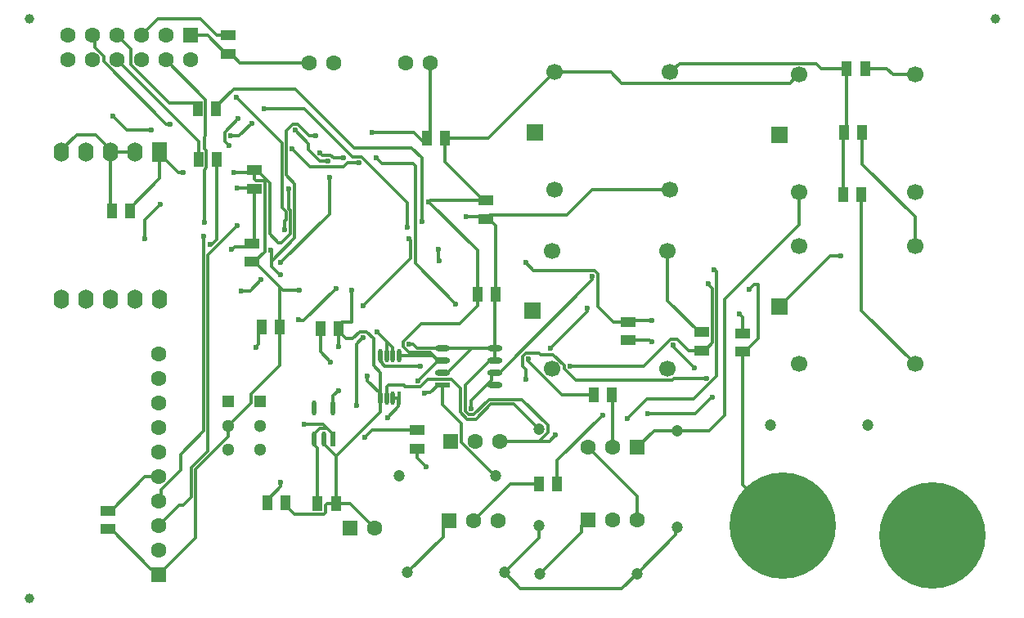
<source format=gbr>
%TF.GenerationSoftware,Altium Limited,Altium Designer,20.1.12 (249)*%
G04 Layer_Physical_Order=2*
G04 Layer_Color=16711680*
%FSLAX26Y26*%
%MOIN*%
%TF.SameCoordinates,7F4B2EE0-29BC-4F04-AEBD-3A4CCF5859FD*%
%TF.FilePolarity,Positive*%
%TF.FileFunction,Copper,L2,Bot,Signal*%
%TF.Part,Single*%
G01*
G75*
%TA.AperFunction,SMDPad,CuDef*%
%ADD15R,0.061024X0.039370*%
%TA.AperFunction,Conductor*%
%ADD16C,0.011811*%
%TA.AperFunction,ComponentPad*%
%ADD17R,0.062992X0.062992*%
%ADD18C,0.062992*%
%ADD19C,0.066929*%
%ADD20R,0.066929X0.066929*%
%ADD21R,0.062992X0.062992*%
%ADD22C,0.051181*%
%ADD23R,0.051181X0.051181*%
%ADD24C,0.433071*%
%ADD25C,0.047244*%
%ADD26O,0.062992X0.078740*%
%ADD27R,0.062992X0.078740*%
%TA.AperFunction,SMDPad,CuDef*%
%ADD28C,0.039370*%
%TA.AperFunction,ViaPad*%
%ADD29C,0.023622*%
%TA.AperFunction,SMDPad,CuDef*%
%ADD30R,0.039370X0.061024*%
%ADD31O,0.017716X0.057087*%
%ADD32R,0.017716X0.057087*%
%TA.AperFunction,ConnectorPad*%
%ADD33R,0.061024X0.039370*%
%TA.AperFunction,SMDPad,CuDef*%
%ADD34R,0.019685X0.061024*%
%ADD35O,0.019685X0.061024*%
%ADD36O,0.061024X0.023622*%
%ADD37R,0.061024X0.023622*%
D15*
X5860000Y3565197D02*
D03*
Y3640000D02*
D03*
X5695000Y3645000D02*
D03*
Y3570197D02*
D03*
X4535000Y3245000D02*
D03*
Y3170197D02*
D03*
X5395000Y3612599D02*
D03*
Y3687402D02*
D03*
X3275000Y2917401D02*
D03*
Y2842598D02*
D03*
X3860000Y3932599D02*
D03*
Y4007402D02*
D03*
X4815000Y4107599D02*
D03*
Y4182402D02*
D03*
X3870000Y4304803D02*
D03*
Y4230000D02*
D03*
D16*
X3846220Y3993622D02*
X3860000Y4007402D01*
X3790125Y3993622D02*
X3846220D01*
X3780755Y3984252D02*
X3790125Y3993622D01*
X3777559Y3984252D02*
X3780755D01*
X3938976Y3934055D02*
Y3976378D01*
X3937008Y3978347D02*
X3938976Y3976378D01*
X3974409Y3877953D02*
X3975394D01*
X3938976Y3913386D02*
Y3934055D01*
Y3913386D02*
X3974409Y3877953D01*
X4016732Y4046376D02*
Y4141669D01*
X4034449Y4029528D02*
Y4250000D01*
X3982284Y4151062D02*
X3999016Y4134330D01*
X4010827Y4147574D02*
X4016732Y4141669D01*
X3993110Y4097828D02*
X3999016Y4103733D01*
X4176181Y4126968D02*
Y4275591D01*
X3980170Y4009814D02*
X4016732Y4046376D01*
X3977362Y3928150D02*
X4176181Y4126968D01*
X3999016Y4103733D02*
Y4134330D01*
X3993110Y4064034D02*
Y4097828D01*
X3938976Y3934055D02*
X4034449Y4029528D01*
X3968533Y4009814D02*
X3980170D01*
X3934016Y4044331D02*
X3968533Y4009814D01*
X4000000Y4284449D02*
X4034449Y4250000D01*
X4000000Y4466477D02*
X4025649Y4492126D01*
X4000000Y4284449D02*
Y4466477D01*
X4091985Y4447142D02*
X4118803D01*
X4121063Y4444882D01*
X4047001Y4492126D02*
X4091985Y4447142D01*
X3795916Y4602706D02*
X3982284Y4416338D01*
Y4151062D02*
Y4416338D01*
X4025649Y4492126D02*
X4047001D01*
X4096245Y4320094D02*
X4232437D01*
X4023622Y4392717D02*
X4096245Y4320094D01*
X4035433Y4468504D02*
X4090726Y4413211D01*
X4176181Y4275591D02*
X4178150Y4277559D01*
X4495108Y4072806D02*
Y4173141D01*
X4308013Y4360236D02*
X4495108Y4173141D01*
X4270047Y4360236D02*
X4308013D01*
X4075165Y4555118D02*
X4270047Y4360236D01*
X4232437Y4320094D02*
X4248958Y4336614D01*
X4298228D01*
X3910433Y4555118D02*
X4075165D01*
X4391732Y4333661D02*
X4515719D01*
X4368110Y4357283D02*
X4391732Y4333661D01*
X4515719D02*
X4525591Y4323790D01*
Y3927165D02*
Y4323790D01*
X4350394Y4459646D02*
X4518681D01*
X4558819Y4419508D01*
X4146442Y4367338D02*
X4181248D01*
X4137795Y4375984D02*
X4146442Y4367338D01*
X4192287Y4356299D02*
X4235236D01*
X4181248Y4367338D02*
X4192287Y4356299D01*
X4136657Y4343716D02*
X4171463D01*
X4090726Y4389647D02*
X4136657Y4343716D01*
X4090726Y4389647D02*
Y4413211D01*
X4010827Y4147574D02*
Y4230315D01*
X3934016Y4044331D02*
Y4251614D01*
X3816929Y3813976D02*
X3852362D01*
X3897638Y3859252D01*
X3351378Y4468504D02*
X3451772D01*
X3292323Y4527559D02*
X3351378Y4468504D01*
X3749016Y4424212D02*
X3765748Y4407480D01*
Y4405512D02*
Y4407480D01*
X3749016Y4460630D02*
X3805118Y4516732D01*
X3749016Y4424212D02*
Y4460630D01*
X3808071Y4444882D02*
X3859223Y4496034D01*
X3772638Y4444882D02*
X3808071D01*
X3870000Y4304803D02*
X3880827D01*
X3934016Y4251614D01*
X3876919Y4261496D02*
X3905404D01*
X3870000Y4268415D02*
Y4304803D01*
X3905404Y4261496D02*
X3912323Y4254577D01*
X3870827Y3932599D02*
X3912323Y3974095D01*
Y4254577D01*
X3870000Y4268415D02*
X3876919Y4261496D01*
X3799370Y4077913D02*
X3801181D01*
X3681102Y3959646D02*
X3799370Y4077913D01*
X3799213Y4232283D02*
X3867716D01*
X3860000Y4007402D02*
X3870000Y4017402D01*
Y4230000D01*
X3870827Y3932599D02*
X3975000Y3828425D01*
X3988465Y3814961D01*
X3975000Y3665000D02*
Y3828425D01*
Y3509735D02*
Y3665000D01*
X3988465Y3814961D02*
X4054134D01*
X3714803Y4555000D02*
Y4565827D01*
X3785787Y4636811D01*
X4036135D01*
X4510668Y4395886D02*
X4552194Y4354360D01*
X4277060Y4395886D02*
X4510668D01*
X4036135Y4636811D02*
X4277060Y4395886D01*
X4552165Y4354331D02*
X4552194Y4354360D01*
X4558819Y4419508D02*
X4572598Y4433288D01*
Y4435000D01*
X4552165Y4096457D02*
Y4354331D01*
X4572598Y4435000D02*
X4586378Y4448780D01*
X4507874Y3946850D02*
Y4019685D01*
X4501968Y4025591D02*
X4507874Y4019685D01*
X4314961Y3753937D02*
X4507874Y3946850D01*
X3697849Y4001447D02*
X3717401Y4021000D01*
X3689497Y4001447D02*
X3697849D01*
X3717401Y4021000D02*
Y4350000D01*
X4805472Y4117126D02*
X4815000Y4107599D01*
X4732283Y4117126D02*
X4805472D01*
X4587213Y3561488D02*
X4614843Y3533858D01*
X4585945Y4182402D02*
X4804173D01*
X4580709Y4177165D02*
X4585945Y4182402D01*
X4525591Y3927165D02*
X4691929Y3760827D01*
X3509660Y4494095D02*
X3525591D01*
X3219793Y4806452D02*
Y4845207D01*
Y4806452D02*
X3255927Y4770318D01*
X3210000Y4855000D02*
X3219793Y4845207D01*
X3255927Y4747827D02*
Y4770318D01*
Y4747827D02*
X3509660Y4494095D01*
X3485000Y4271024D02*
Y4372126D01*
X3862441Y4297244D02*
X3870000Y4304803D01*
X3786417Y4297244D02*
X3862441D01*
X3485000Y4372126D02*
Y4380000D01*
Y4372126D02*
X3561850Y4295276D01*
X3578740D01*
X3666339Y4091535D02*
Y4306840D01*
X3674095Y4314596D01*
Y4385404D01*
X3666339Y4393160D02*
X3674095Y4385404D01*
X3666339Y4440640D02*
X3671496Y4445798D01*
X3666339Y4393160D02*
Y4440640D01*
X3642598Y4350000D02*
Y4422402D01*
X3310000Y4755000D02*
X3642598Y4422402D01*
X4383819Y3394685D02*
Y3480158D01*
Y3375000D02*
Y3394685D01*
X4331000Y3447504D02*
X4383819Y3394685D01*
X4331000Y3447504D02*
Y3464276D01*
X4328740Y3466535D02*
X4331000Y3464276D01*
X4548904Y3677783D02*
X4706012D01*
X4780000Y3800000D02*
Y3977874D01*
X4476378Y3605257D02*
X4548904Y3677783D01*
X4476378Y3585688D02*
Y3605257D01*
X4500984Y3596457D02*
X4517717D01*
X4500578Y3561488D02*
X4587213D01*
X4780000Y3751772D02*
Y3800000D01*
X4476378Y3585688D02*
X4500578Y3561488D01*
X4500000Y3595472D02*
X4500984Y3596457D01*
X4517717D02*
X4534173Y3580000D01*
X4637402D01*
X4614843Y3533858D02*
X4616441Y3535456D01*
X4706012Y3677783D02*
X4780000Y3751772D01*
X4621897Y3530000D02*
X4637402D01*
X4620551D02*
X4621897D01*
X4618701Y3430000D02*
X4637402D01*
X4587614Y3398913D02*
X4618701Y3430000D01*
X4566236Y3398913D02*
X4587614D01*
X4563976Y3396653D02*
X4566236Y3398913D01*
X4416328Y3428179D02*
X4479282D01*
X4484232Y3423228D01*
X4577580Y3453622D02*
X4672806D01*
X4484232Y3423228D02*
X4547186D01*
X4577580Y3453622D01*
X4409409Y3421260D02*
X4416328Y3428179D01*
X4537402Y3446850D02*
X4620551Y3530000D01*
X4672806Y3453622D02*
X4710194Y3416233D01*
X4409409Y3375000D02*
Y3421260D01*
X5030110Y3200000D02*
X5072047D01*
X5030110D02*
X5065433Y3235323D01*
X4764706Y3308071D02*
X4825729Y3369095D01*
X4731299Y3430000D02*
X4831299Y3530000D01*
X4710194Y3317959D02*
X4737798Y3290354D01*
X5065433Y3235323D02*
Y3264677D01*
X4745137Y3308071D02*
X4764706D01*
X4831299Y3530000D02*
X4850000D01*
X4737798Y3290354D02*
X4772044D01*
X4833068Y3351378D01*
X4961015Y3369095D02*
X5065433Y3264677D01*
X4731299Y3321908D02*
X4745137Y3308071D01*
X4710194Y3317959D02*
Y3416233D01*
X4833068Y3351378D02*
X4928622D01*
X4870000Y3200000D02*
X5030110D01*
X4825729Y3369095D02*
X4961015D01*
X4731299Y3321908D02*
Y3430000D01*
X4976436Y3559055D02*
X5029485D01*
X4986221Y3527309D02*
X5123530Y3390000D01*
X5252598D01*
X4962599Y3507475D02*
Y3545218D01*
X4976436Y3559055D01*
X4986221Y3527309D02*
Y3535433D01*
X4962599Y3507475D02*
X4977362Y3492711D01*
Y3451772D02*
Y3492711D01*
X4928622Y3351378D02*
X5030000Y3250000D01*
X4850000Y3480000D02*
X4868701D01*
X4837205Y3474544D02*
X4842661Y3480000D01*
X4850000D01*
X4754921Y3366059D02*
X4837205Y3448343D01*
X4754921Y3331693D02*
Y3366059D01*
X4837205Y3448343D02*
Y3474544D01*
X3671496Y4445798D02*
Y4593504D01*
X3510000Y4755000D02*
X3671496Y4593504D01*
X3366693Y4737062D02*
X3524148Y4579606D01*
X3626220D01*
X3640000Y4565827D01*
Y4555000D02*
Y4565827D01*
X3425197Y4026575D02*
Y4103346D01*
X3487205Y4165354D01*
X4053150Y3691929D02*
X4071850D01*
X4050197Y3694882D02*
X4053150Y3691929D01*
X4071850D02*
X4202756Y3822835D01*
X4287402Y3597441D02*
X4314961Y3625000D01*
X4620079Y3937008D02*
X4622047Y3935039D01*
X4620079Y3937008D02*
Y3984252D01*
X4314961Y3624942D02*
Y3625000D01*
X4314034Y3624016D02*
X4314961Y3624942D01*
X4327220Y3647638D02*
X4355520Y3619338D01*
X4300727Y3647638D02*
X4327220D01*
X4355520Y3508457D02*
Y3619338D01*
X4271779Y3618690D02*
X4300727Y3647638D01*
X4214567Y3587598D02*
Y3649173D01*
X4214803D02*
X4245286Y3618690D01*
X4271779D01*
X4287402Y3346457D02*
Y3597441D01*
X4355520Y3508457D02*
X4383819Y3480158D01*
X4370079Y3646653D02*
X4409409Y3607323D01*
X4383819Y3319961D02*
Y3375000D01*
X4409409Y3607323D02*
X4433870Y3582862D01*
X4409409Y3548228D02*
Y3607323D01*
X4350315Y3245000D02*
X4535000D01*
X4321850Y3216535D02*
X4350315Y3245000D01*
X4202401Y3138543D02*
X4383819Y3319961D01*
X4401832Y3506890D02*
X4546260D01*
X4460591Y3548228D02*
X4597276D01*
X4388740Y3519982D02*
X4401832Y3506890D01*
X4140000Y3564724D02*
Y3660000D01*
Y3564724D02*
X4181102Y3523622D01*
X4756102Y3580000D02*
X4850000D01*
X4656102Y3480000D02*
X4756102Y3580000D01*
X4637402D02*
X4756102D01*
X5035390Y3553150D02*
X5088439D01*
X5029485Y3559055D02*
X5035390Y3553150D01*
X5580722Y3456693D02*
X5712598D01*
X5132874Y3496121D02*
Y3508714D01*
X5573754Y3449724D02*
X5580722Y3456693D01*
X5179271Y3449724D02*
X5573754D01*
X5132874Y3496121D02*
X5179271Y3449724D01*
X5088439Y3553150D02*
X5132874Y3508714D01*
X5077756Y3579724D02*
X5226378Y3728347D01*
Y3744095D01*
X5335063Y3687402D02*
X5395000D01*
X5271654Y3750811D02*
X5335063Y3687402D01*
X5271654Y3750811D02*
Y3883800D01*
X4267717Y3684606D02*
Y3815945D01*
X4228583Y3684606D02*
X4267717D01*
X4214803Y3660000D02*
Y3670827D01*
X4228583Y3684606D01*
X3681102Y3158972D02*
Y3959646D01*
X3613852Y3091722D02*
X3681102Y3158972D01*
X3613852Y2973133D02*
Y3091722D01*
X3579695Y2938976D02*
X3613852Y2973133D01*
X3568898Y3146653D02*
X3663386Y3241142D01*
Y4034449D01*
X3568898Y3082652D02*
Y3146653D01*
X3489793Y3003548D02*
X3568898Y3082652D01*
X3480000Y2955000D02*
X3489793Y2964793D01*
Y3003548D01*
X3563976Y2938976D02*
X3579695D01*
X3480000Y2855000D02*
X3563976Y2938976D01*
X3631568Y2806568D02*
Y3084383D01*
X3480000Y2655000D02*
X3631568Y2806568D01*
X3454409Y2680591D02*
X3480000Y2655000D01*
X3765079Y3217894D02*
Y3263425D01*
X3631568Y3084383D02*
X3765079Y3217894D01*
Y3263425D02*
X3857598Y3355945D01*
X5072047Y3200000D02*
X5096457Y3224409D01*
X5395000Y3612599D02*
X5480662D01*
X5485977Y3607284D01*
X5489173D01*
X5566987Y3615157D02*
X5594480D01*
X5156496Y3505905D02*
X5457735D01*
X5594480Y3615157D02*
X5639441Y3570197D01*
X5457735Y3505905D02*
X5566987Y3615157D01*
X5576772Y3586614D02*
X5664370Y3499016D01*
X5639441Y3570197D02*
X5705827D01*
X5576772Y3586614D02*
Y3591535D01*
X5668307Y3311024D02*
X5735236Y3377953D01*
X5738189D01*
X5474409Y3311024D02*
X5668307D01*
X5395000Y3687402D02*
X5399528Y3691929D01*
X5490158D01*
X5007874Y3897638D02*
X5257816D01*
X4977362Y3928150D02*
X5007874Y3897638D01*
X4868701Y3480000D02*
X5248032Y3859331D01*
X5257816Y3897638D02*
X5271654Y3883800D01*
X5248032Y3859331D02*
Y3874016D01*
X5744095Y3900591D02*
X5748032D01*
X5755039Y3893583D01*
X5391732Y3293307D02*
X5469663Y3371238D01*
X5660550D01*
X5755039Y3465727D01*
Y3893583D01*
X5724016Y3243701D02*
X5787402Y3307087D01*
X5595000Y3243701D02*
X5724016D01*
X5787402Y3307087D02*
Y3779294D01*
X5555000Y3774173D02*
Y3975315D01*
Y3774173D02*
X5684173Y3645000D01*
X5721457Y3838339D02*
Y3841535D01*
Y3838339D02*
X5737323Y3822473D01*
X5787402Y3779294D02*
X6090000Y4081893D01*
X5104803Y3025000D02*
Y3121535D01*
X5289370Y3306102D01*
X5430000Y2880000D02*
Y2975000D01*
X5230000Y3175000D02*
X5430000Y2975000D01*
X5035000Y2660000D02*
X5204409Y2829409D01*
Y2854409D01*
X5230000Y2880000D01*
X4850000Y3580000D02*
Y3795197D01*
X4854803Y3800000D01*
X4616441Y3535456D02*
X4621897Y3530000D01*
X4637402Y3480000D02*
X4656102D01*
X4850000Y3530000D02*
Y3580000D01*
X4383819Y3526945D02*
Y3548228D01*
Y3526945D02*
X4388740Y3522024D01*
Y3519982D02*
Y3522024D01*
X4433870Y3549358D02*
X4435000Y3548228D01*
X4433870Y3549358D02*
Y3582862D01*
X4457638Y3372047D02*
X4460591Y3375000D01*
X4457638Y3341496D02*
Y3372047D01*
X4412402Y3296260D02*
X4457638Y3341496D01*
X4435000Y3375000D02*
X4460591D01*
X4214803Y3649173D02*
Y3660000D01*
X4580709Y4177165D02*
X4780000Y3977874D01*
X4804173Y4182402D02*
X4815000D01*
X4647401Y4339173D02*
Y4435000D01*
Y4339173D02*
X4804173Y4182402D01*
X4821890Y4114488D02*
X4828780Y4121378D01*
X4854803Y3800000D02*
Y4078622D01*
X4821890Y4111535D02*
X4854803Y4078622D01*
X4821890Y4111535D02*
Y4114488D01*
X5246499Y4224685D02*
X5565000D01*
X5143192Y4121378D02*
X5246499Y4224685D01*
X4828780Y4121378D02*
X5143192D01*
X5860000Y3021991D02*
Y3565197D01*
X6023622Y2854331D02*
Y2858369D01*
X5860000Y3021991D02*
X6023622Y2858369D01*
X4713307Y3195448D02*
X4848755Y3060000D01*
X4855000D01*
X4637402Y3347724D02*
Y3430000D01*
Y3347724D02*
X4713307Y3271818D01*
Y3195448D02*
Y3271818D01*
X4535000Y3131339D02*
X4571850Y3094488D01*
X4535000Y3131339D02*
Y3170197D01*
X5705827Y3570197D02*
X5737323Y3601693D01*
Y3822473D01*
X5860000Y3640000D02*
Y3706929D01*
X5846457Y3720472D02*
X5860000Y3706929D01*
X3867716Y4232283D02*
X3870000Y4230000D01*
X5905512Y3838583D02*
X5925197D01*
X5885827Y3818898D02*
X5905512Y3838583D01*
X5925197Y3619567D02*
Y3838583D01*
X5860000Y3565197D02*
X5870827D01*
X5925197Y3619567D01*
X5327401Y3390000D02*
X5330000Y3387401D01*
Y3175000D02*
Y3387401D01*
X5498701Y3243701D02*
X5595000D01*
X5430000Y3175000D02*
X5498701Y3243701D01*
X6090000Y4081893D02*
Y4214685D01*
X3285000Y4380000D02*
X3385000D01*
X3285000D02*
Y4387874D01*
X3224055Y4448819D02*
X3285000Y4387874D01*
X3145945Y4448819D02*
X3224055D01*
X3085000Y4380000D02*
Y4387874D01*
X3145945Y4448819D01*
X4191457Y3384370D02*
X4212598Y3405512D01*
X4191457Y3336457D02*
Y3384370D01*
X4190000Y3335000D02*
X4191457Y3336457D01*
X3922598Y2950000D02*
Y2960827D01*
X3976378Y3014606D01*
Y3031496D01*
X4074803Y3267716D02*
X4151968D01*
X4168346Y3251338D01*
X4190000Y3209016D02*
Y3229685D01*
X4168346Y3251338D02*
X4190000Y3229685D01*
X4136850Y3251338D02*
X4168346D01*
X4115197Y3229685D02*
X4136850Y3251338D01*
X4115197Y3209016D02*
Y3229685D01*
X4202401Y2945000D02*
Y3138543D01*
X4152598Y3188346D02*
X4202401Y3138543D01*
X4152598Y3188346D02*
Y3209016D01*
X4127598Y2945000D02*
Y3173814D01*
X4115197Y3186216D02*
X4127598Y3173814D01*
X4115197Y3186216D02*
Y3209016D01*
X4166013Y2945000D02*
X4202401D01*
X4159095Y2938081D02*
X4166013Y2945000D01*
X4159095Y2909596D02*
Y2938081D01*
X4152176Y2902677D02*
X4159095Y2909596D01*
X4033898Y2902677D02*
X4152176D01*
X3997401Y2939173D02*
X4033898Y2902677D01*
X3997401Y2939173D02*
Y2950000D01*
X4260000Y2945000D02*
X4360000Y2845000D01*
X4202401Y2945000D02*
X4260000D01*
X4765000Y2875000D02*
X4915000Y3025000D01*
X5030000D01*
X4495000Y2665000D02*
X4639409Y2809409D01*
Y2849409D01*
X4665000Y2875000D01*
X5029073Y2855372D02*
X5030000Y2856299D01*
X5029073Y2805372D02*
Y2855372D01*
X4888701Y2665000D02*
X5029073Y2805372D01*
X5367126Y2598425D02*
X5428701Y2660000D01*
X4955276Y2598425D02*
X5367126D01*
X4888701Y2665000D02*
X4955276Y2598425D01*
X5428701Y2660000D02*
X5588220Y2819519D01*
Y2843220D01*
X5595000Y2850000D01*
X5684173Y3645000D02*
X5695000D01*
X5092559Y4705000D02*
X5322976D01*
X5368252Y4659724D01*
X6052895D01*
X6088170Y4695000D01*
X6090000D01*
X4647401Y4435000D02*
X4822559D01*
X5092559Y4705000D01*
X4586378Y4742283D02*
X4588189Y4744095D01*
X4586378Y4448780D02*
Y4742283D01*
X6217047Y3956693D02*
X6259842D01*
X6011260Y3750905D02*
X6217047Y3956693D01*
X6344803Y3732323D02*
X6562441Y3514685D01*
X6344803Y3732323D02*
Y4205000D01*
X6347401Y4330174D02*
Y4460000D01*
Y4330174D02*
X6562441Y4115135D01*
Y3995000D02*
Y4115135D01*
X3860000Y3932599D02*
X3870827D01*
X3886417Y3651220D02*
X3900197Y3665000D01*
X3886417Y3594338D02*
Y3651220D01*
X3877953Y3585873D02*
X3886417Y3594338D01*
X3877953Y3582677D02*
Y3585873D01*
X3857598Y3392333D02*
X3975000Y3509735D01*
X3857598Y3355945D02*
Y3392333D01*
X3275000Y2842598D02*
X3285827D01*
X3447834Y2680591D01*
X3454409D01*
X3275000Y2917401D02*
X3285827D01*
X3423425Y3055000D01*
X3480000D01*
X3364803Y4140000D02*
Y4150827D01*
X3485000Y4271024D01*
X3285000Y4145000D02*
Y4380000D01*
Y4145000D02*
X3290000Y4140000D01*
X6272598Y4460000D02*
X6285197Y4472599D01*
X6270000Y4457402D02*
X6272598Y4460000D01*
X6285197Y4472599D02*
Y4720000D01*
X6270000Y4205000D02*
Y4457402D01*
X6181470Y4720000D02*
X6285197D01*
X6161194Y4740276D02*
X6181470Y4720000D01*
X5602105Y4740276D02*
X6161194D01*
X5566830Y4705000D02*
X5602105Y4740276D01*
X5565000Y4705000D02*
X5566830D01*
X6473153Y4695000D02*
X6562441D01*
X6448153Y4720000D02*
X6473153Y4695000D01*
X6360000Y4720000D02*
X6448153D01*
X3366693Y4737062D02*
Y4798307D01*
X3310000Y4855000D02*
X3366693Y4798307D01*
X3765000Y4780197D02*
X3775827D01*
X3754173D02*
X3765000D01*
X3811929Y4744095D02*
X4094488D01*
X3775827Y4780197D02*
X3811929Y4744095D01*
X3716772Y4855000D02*
X3765000D01*
X3650512Y4921260D02*
X3716772Y4855000D01*
X3610000D02*
X3679370D01*
X3754173Y4780197D01*
X3476260Y4921260D02*
X3650512D01*
X3410000Y4855000D02*
X3476260Y4921260D01*
D17*
X5230000Y2880000D02*
D03*
X4665000Y2875000D02*
D03*
X5430000Y3175000D02*
D03*
X4670000Y3200000D02*
D03*
X4261575Y2845000D02*
D03*
X3610000Y4855000D02*
D03*
D18*
X5330000Y2880000D02*
D03*
X5430000D02*
D03*
X3480000Y3555000D02*
D03*
Y3455000D02*
D03*
Y3355000D02*
D03*
Y3255000D02*
D03*
Y3155000D02*
D03*
Y3055000D02*
D03*
Y2955000D02*
D03*
Y2855000D02*
D03*
Y2755000D02*
D03*
X4865000Y2875000D02*
D03*
X4765000D02*
D03*
X5230000Y3175000D02*
D03*
X5330000D02*
D03*
X4870000Y3200000D02*
D03*
X4770000D02*
D03*
X4360000Y2845000D02*
D03*
X4194488Y4744095D02*
D03*
X4094488D02*
D03*
X4588189D02*
D03*
X4488189D02*
D03*
X3610000Y4755000D02*
D03*
X3510000Y4855000D02*
D03*
X3110000Y4755000D02*
D03*
X3210000D02*
D03*
X3310000D02*
D03*
X3410000D02*
D03*
X3510000D02*
D03*
X3110000Y4855000D02*
D03*
X3210000D02*
D03*
X3310000D02*
D03*
X3410000D02*
D03*
D19*
X5555000Y3495000D02*
D03*
X5082559Y3975315D02*
D03*
X5555000D02*
D03*
X5082559Y3495000D02*
D03*
X6562441Y4214685D02*
D03*
X6090000Y4695000D02*
D03*
X6562441D02*
D03*
X6090000Y4214685D02*
D03*
X6562441Y3514685D02*
D03*
X6090000Y3995000D02*
D03*
X6562441D02*
D03*
X6090000Y3514685D02*
D03*
X5565000Y4224685D02*
D03*
X5092559Y4705000D02*
D03*
X5565000D02*
D03*
X5092559Y4224685D02*
D03*
D20*
X5003819Y3731220D02*
D03*
X6011260Y4450905D02*
D03*
Y3750905D02*
D03*
X5013819Y4460905D02*
D03*
D21*
X3480000Y2655000D02*
D03*
D22*
X3765079Y3263425D02*
D03*
Y3165000D02*
D03*
X3895000D02*
D03*
Y3263425D02*
D03*
D23*
X3765079Y3361850D02*
D03*
X3895000D02*
D03*
D24*
X6633858Y2814961D02*
D03*
X6023622Y2854331D02*
D03*
D25*
X5595000Y2850000D02*
D03*
Y3243701D02*
D03*
X4855000Y3060000D02*
D03*
X4461299D02*
D03*
X4888701Y2665000D02*
D03*
X4495000D02*
D03*
X5428701Y2660000D02*
D03*
X5035000D02*
D03*
X6368701Y3265000D02*
D03*
X5975000D02*
D03*
X5030000Y2856299D02*
D03*
Y3250000D02*
D03*
D26*
X3085000Y3780000D02*
D03*
X3185000D02*
D03*
X3285000D02*
D03*
X3385000D02*
D03*
X3485000D02*
D03*
X3085000Y4380000D02*
D03*
X3185000D02*
D03*
X3285000D02*
D03*
X3385000D02*
D03*
D27*
X3485000D02*
D03*
D28*
X2952756Y4921260D02*
D03*
Y2559055D02*
D03*
X6889764Y4921260D02*
D03*
D29*
X3777559Y3984252D02*
D03*
X3937008Y3978347D02*
D03*
X3975394Y3877953D02*
D03*
X3993110Y4064034D02*
D03*
X4023622Y4392717D02*
D03*
X4035433Y4468504D02*
D03*
X4121063Y4444882D02*
D03*
X4178150Y4277559D02*
D03*
X4298228Y4336614D02*
D03*
X4368110Y4357283D02*
D03*
X4350394Y4459646D02*
D03*
X4235236Y4356299D02*
D03*
X4171463Y4343716D02*
D03*
X4137795Y4375984D02*
D03*
X3977362Y3928150D02*
D03*
X3897638Y3859252D02*
D03*
X3816929Y3813976D02*
D03*
X3451772Y4468504D02*
D03*
X3765748Y4405512D02*
D03*
X3772638Y4444882D02*
D03*
X3805118Y4516732D02*
D03*
X3859223Y4496034D02*
D03*
X4010827Y4230315D02*
D03*
X3801181Y4077913D02*
D03*
X3799213Y4232283D02*
D03*
X4054134Y3814961D02*
D03*
X3795916Y4602706D02*
D03*
X4552165Y4096457D02*
D03*
X4495108Y4072806D02*
D03*
X4501968Y4025591D02*
D03*
X4314961Y3753937D02*
D03*
X3689497Y4001447D02*
D03*
X4732283Y4117126D02*
D03*
X4580709Y4177165D02*
D03*
X3910433Y4555118D02*
D03*
X3525591Y4494095D02*
D03*
X3786417Y4297244D02*
D03*
X3578740Y4295276D02*
D03*
X3292323Y4527559D02*
D03*
X4328740Y3466535D02*
D03*
X4500000Y3595472D02*
D03*
X4563976Y3396653D02*
D03*
X4537402Y3446850D02*
D03*
X4986221Y3535433D02*
D03*
X4977362Y3451772D02*
D03*
X3666339Y4091535D02*
D03*
X3487205Y4165354D02*
D03*
X3425197Y4026575D02*
D03*
X4050197Y3694882D02*
D03*
X4202756Y3822835D02*
D03*
X4620079Y3984252D02*
D03*
X4622047Y3935039D02*
D03*
X4314034Y3624016D02*
D03*
X4370079Y3646653D02*
D03*
X4287402Y3346457D02*
D03*
X4321850Y3216535D02*
D03*
X4546260Y3506890D02*
D03*
X4181102Y3523622D02*
D03*
X4754921Y3331693D02*
D03*
X4691929Y3760827D02*
D03*
X5226378Y3744095D02*
D03*
X5077756Y3579724D02*
D03*
X5156496Y3505905D02*
D03*
X4267717Y3815945D02*
D03*
X4214567Y3587598D02*
D03*
X3663386Y4034449D02*
D03*
X5096457Y3224409D02*
D03*
X5489173Y3607284D02*
D03*
X5576772Y3591535D02*
D03*
X5664370Y3499016D02*
D03*
X5712598Y3456693D02*
D03*
X5738189Y3377953D02*
D03*
X5474409Y3311024D02*
D03*
X5490158Y3691929D02*
D03*
X5248032Y3874016D02*
D03*
X5744095Y3900591D02*
D03*
X5391732Y3293307D02*
D03*
X5721457Y3841535D02*
D03*
X5289370Y3306102D02*
D03*
X4412402Y3296260D02*
D03*
X4977362Y3928150D02*
D03*
X4571850Y3094488D02*
D03*
X5846457Y3720472D02*
D03*
X5885827Y3818898D02*
D03*
X4212598Y3405512D02*
D03*
X3976378Y3031496D02*
D03*
X4074803Y3267716D02*
D03*
X6259842Y3956693D02*
D03*
X3877953Y3582677D02*
D03*
D30*
X3975000Y3665000D02*
D03*
X3900197D02*
D03*
X3714803Y4555000D02*
D03*
X3640000D02*
D03*
X4647401Y4435000D02*
D03*
X4572598D02*
D03*
X3717401Y4350000D02*
D03*
X3642598D02*
D03*
X6347401Y4460000D02*
D03*
X6272598D02*
D03*
X4202401Y2945000D02*
D03*
X4127598D02*
D03*
X3997401Y2950000D02*
D03*
X3922598D02*
D03*
X4214803Y3660000D02*
D03*
X4140000D02*
D03*
X6285197Y4720000D02*
D03*
X6360000D02*
D03*
X5327401Y3390000D02*
D03*
X5252598D02*
D03*
X6344803Y4205000D02*
D03*
X6270000D02*
D03*
X4854803Y3800000D02*
D03*
X4780000D02*
D03*
X5104803Y3025000D02*
D03*
X5030000D02*
D03*
X3290000Y4140000D02*
D03*
X3364803D02*
D03*
D31*
X4383819Y3548228D02*
D03*
X4409409D02*
D03*
X4435000D02*
D03*
X4460591D02*
D03*
X4383819Y3375000D02*
D03*
X4409409D02*
D03*
X4435000D02*
D03*
D32*
X4460591D02*
D03*
D33*
X3765000Y4780197D02*
D03*
Y4855000D02*
D03*
D34*
X4190000Y3209016D02*
D03*
D35*
X4152598D02*
D03*
X4115197D02*
D03*
X4190000Y3335000D02*
D03*
X4115197D02*
D03*
D36*
X4850000Y3580000D02*
D03*
Y3530000D02*
D03*
Y3480000D02*
D03*
Y3430000D02*
D03*
X4637402Y3580000D02*
D03*
Y3530000D02*
D03*
Y3480000D02*
D03*
D37*
Y3430000D02*
D03*
%TF.MD5,0274a9e7344ee6d4d2107f34f05d215f*%
M02*

</source>
